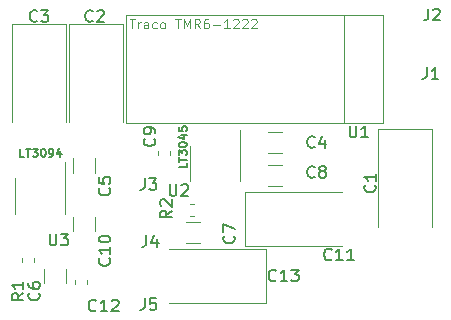
<source format=gbr>
G04 #@! TF.GenerationSoftware,KiCad,Pcbnew,5.1.5-52549c5~86~ubuntu18.04.1*
G04 #@! TF.CreationDate,2020-04-26T14:43:08+02:00*
G04 #@! TF.ProjectId,dcdc_7909,64636463-5f37-4393-9039-2e6b69636164,rev?*
G04 #@! TF.SameCoordinates,Original*
G04 #@! TF.FileFunction,Legend,Top*
G04 #@! TF.FilePolarity,Positive*
%FSLAX46Y46*%
G04 Gerber Fmt 4.6, Leading zero omitted, Abs format (unit mm)*
G04 Created by KiCad (PCBNEW 5.1.5-52549c5~86~ubuntu18.04.1) date 2020-04-26 14:43:08*
%MOMM*%
%LPD*%
G04 APERTURE LIST*
%ADD10C,0.150000*%
%ADD11C,0.100000*%
%ADD12C,0.120000*%
G04 APERTURE END LIST*
D10*
X80531666Y-66737666D02*
X80198333Y-66737666D01*
X80198333Y-66037666D01*
X80665000Y-66037666D02*
X81065000Y-66037666D01*
X80865000Y-66737666D02*
X80865000Y-66037666D01*
X81231666Y-66037666D02*
X81665000Y-66037666D01*
X81431666Y-66304333D01*
X81531666Y-66304333D01*
X81598333Y-66337666D01*
X81631666Y-66371000D01*
X81665000Y-66437666D01*
X81665000Y-66604333D01*
X81631666Y-66671000D01*
X81598333Y-66704333D01*
X81531666Y-66737666D01*
X81331666Y-66737666D01*
X81265000Y-66704333D01*
X81231666Y-66671000D01*
X82098333Y-66037666D02*
X82165000Y-66037666D01*
X82231666Y-66071000D01*
X82265000Y-66104333D01*
X82298333Y-66171000D01*
X82331666Y-66304333D01*
X82331666Y-66471000D01*
X82298333Y-66604333D01*
X82265000Y-66671000D01*
X82231666Y-66704333D01*
X82165000Y-66737666D01*
X82098333Y-66737666D01*
X82031666Y-66704333D01*
X81998333Y-66671000D01*
X81965000Y-66604333D01*
X81931666Y-66471000D01*
X81931666Y-66304333D01*
X81965000Y-66171000D01*
X81998333Y-66104333D01*
X82031666Y-66071000D01*
X82098333Y-66037666D01*
X82665000Y-66737666D02*
X82798333Y-66737666D01*
X82865000Y-66704333D01*
X82898333Y-66671000D01*
X82965000Y-66571000D01*
X82998333Y-66437666D01*
X82998333Y-66171000D01*
X82965000Y-66104333D01*
X82931666Y-66071000D01*
X82865000Y-66037666D01*
X82731666Y-66037666D01*
X82665000Y-66071000D01*
X82631666Y-66104333D01*
X82598333Y-66171000D01*
X82598333Y-66337666D01*
X82631666Y-66404333D01*
X82665000Y-66437666D01*
X82731666Y-66471000D01*
X82865000Y-66471000D01*
X82931666Y-66437666D01*
X82965000Y-66404333D01*
X82998333Y-66337666D01*
X83598333Y-66271000D02*
X83598333Y-66737666D01*
X83431666Y-66004333D02*
X83265000Y-66504333D01*
X83698333Y-66504333D01*
X94296666Y-67296333D02*
X94296666Y-67629666D01*
X93596666Y-67629666D01*
X93596666Y-67163000D02*
X93596666Y-66763000D01*
X94296666Y-66963000D02*
X93596666Y-66963000D01*
X93596666Y-66596333D02*
X93596666Y-66163000D01*
X93863333Y-66396333D01*
X93863333Y-66296333D01*
X93896666Y-66229666D01*
X93930000Y-66196333D01*
X93996666Y-66163000D01*
X94163333Y-66163000D01*
X94230000Y-66196333D01*
X94263333Y-66229666D01*
X94296666Y-66296333D01*
X94296666Y-66496333D01*
X94263333Y-66563000D01*
X94230000Y-66596333D01*
X93596666Y-65729666D02*
X93596666Y-65663000D01*
X93630000Y-65596333D01*
X93663333Y-65563000D01*
X93730000Y-65529666D01*
X93863333Y-65496333D01*
X94030000Y-65496333D01*
X94163333Y-65529666D01*
X94230000Y-65563000D01*
X94263333Y-65596333D01*
X94296666Y-65663000D01*
X94296666Y-65729666D01*
X94263333Y-65796333D01*
X94230000Y-65829666D01*
X94163333Y-65863000D01*
X94030000Y-65896333D01*
X93863333Y-65896333D01*
X93730000Y-65863000D01*
X93663333Y-65829666D01*
X93630000Y-65796333D01*
X93596666Y-65729666D01*
X93830000Y-64896333D02*
X94296666Y-64896333D01*
X93563333Y-65063000D02*
X94063333Y-65229666D01*
X94063333Y-64796333D01*
X93596666Y-64196333D02*
X93596666Y-64529666D01*
X93930000Y-64563000D01*
X93896666Y-64529666D01*
X93863333Y-64463000D01*
X93863333Y-64296333D01*
X93896666Y-64229666D01*
X93930000Y-64196333D01*
X93996666Y-64163000D01*
X94163333Y-64163000D01*
X94230000Y-64196333D01*
X94263333Y-64229666D01*
X94296666Y-64296333D01*
X94296666Y-64463000D01*
X94263333Y-64529666D01*
X94230000Y-64563000D01*
D11*
X89459476Y-55060904D02*
X89916619Y-55060904D01*
X89688047Y-55860904D02*
X89688047Y-55060904D01*
X90183285Y-55860904D02*
X90183285Y-55327571D01*
X90183285Y-55479952D02*
X90221380Y-55403761D01*
X90259476Y-55365666D01*
X90335666Y-55327571D01*
X90411857Y-55327571D01*
X91021380Y-55860904D02*
X91021380Y-55441857D01*
X90983285Y-55365666D01*
X90907095Y-55327571D01*
X90754714Y-55327571D01*
X90678523Y-55365666D01*
X91021380Y-55822809D02*
X90945190Y-55860904D01*
X90754714Y-55860904D01*
X90678523Y-55822809D01*
X90640428Y-55746619D01*
X90640428Y-55670428D01*
X90678523Y-55594238D01*
X90754714Y-55556142D01*
X90945190Y-55556142D01*
X91021380Y-55518047D01*
X91745190Y-55822809D02*
X91669000Y-55860904D01*
X91516619Y-55860904D01*
X91440428Y-55822809D01*
X91402333Y-55784714D01*
X91364238Y-55708523D01*
X91364238Y-55479952D01*
X91402333Y-55403761D01*
X91440428Y-55365666D01*
X91516619Y-55327571D01*
X91669000Y-55327571D01*
X91745190Y-55365666D01*
X92202333Y-55860904D02*
X92126142Y-55822809D01*
X92088047Y-55784714D01*
X92049952Y-55708523D01*
X92049952Y-55479952D01*
X92088047Y-55403761D01*
X92126142Y-55365666D01*
X92202333Y-55327571D01*
X92316619Y-55327571D01*
X92392809Y-55365666D01*
X92430904Y-55403761D01*
X92469000Y-55479952D01*
X92469000Y-55708523D01*
X92430904Y-55784714D01*
X92392809Y-55822809D01*
X92316619Y-55860904D01*
X92202333Y-55860904D01*
X93307095Y-55060904D02*
X93764238Y-55060904D01*
X93535666Y-55860904D02*
X93535666Y-55060904D01*
X94030904Y-55860904D02*
X94030904Y-55060904D01*
X94297571Y-55632333D01*
X94564238Y-55060904D01*
X94564238Y-55860904D01*
X95402333Y-55860904D02*
X95135666Y-55479952D01*
X94945190Y-55860904D02*
X94945190Y-55060904D01*
X95249952Y-55060904D01*
X95326142Y-55099000D01*
X95364238Y-55137095D01*
X95402333Y-55213285D01*
X95402333Y-55327571D01*
X95364238Y-55403761D01*
X95326142Y-55441857D01*
X95249952Y-55479952D01*
X94945190Y-55479952D01*
X96088047Y-55060904D02*
X95935666Y-55060904D01*
X95859476Y-55099000D01*
X95821380Y-55137095D01*
X95745190Y-55251380D01*
X95707095Y-55403761D01*
X95707095Y-55708523D01*
X95745190Y-55784714D01*
X95783285Y-55822809D01*
X95859476Y-55860904D01*
X96011857Y-55860904D01*
X96088047Y-55822809D01*
X96126142Y-55784714D01*
X96164238Y-55708523D01*
X96164238Y-55518047D01*
X96126142Y-55441857D01*
X96088047Y-55403761D01*
X96011857Y-55365666D01*
X95859476Y-55365666D01*
X95783285Y-55403761D01*
X95745190Y-55441857D01*
X95707095Y-55518047D01*
X96507095Y-55556142D02*
X97116619Y-55556142D01*
X97916619Y-55860904D02*
X97459476Y-55860904D01*
X97688047Y-55860904D02*
X97688047Y-55060904D01*
X97611857Y-55175190D01*
X97535666Y-55251380D01*
X97459476Y-55289476D01*
X98221380Y-55137095D02*
X98259476Y-55099000D01*
X98335666Y-55060904D01*
X98526142Y-55060904D01*
X98602333Y-55099000D01*
X98640428Y-55137095D01*
X98678523Y-55213285D01*
X98678523Y-55289476D01*
X98640428Y-55403761D01*
X98183285Y-55860904D01*
X98678523Y-55860904D01*
X98983285Y-55137095D02*
X99021380Y-55099000D01*
X99097571Y-55060904D01*
X99288047Y-55060904D01*
X99364238Y-55099000D01*
X99402333Y-55137095D01*
X99440428Y-55213285D01*
X99440428Y-55289476D01*
X99402333Y-55403761D01*
X98945190Y-55860904D01*
X99440428Y-55860904D01*
X99745190Y-55137095D02*
X99783285Y-55099000D01*
X99859476Y-55060904D01*
X100049952Y-55060904D01*
X100126142Y-55099000D01*
X100164238Y-55137095D01*
X100202333Y-55213285D01*
X100202333Y-55289476D01*
X100164238Y-55403761D01*
X99707095Y-55860904D01*
X100202333Y-55860904D01*
D12*
X79528000Y-55511000D02*
X79528000Y-63746000D01*
X84048000Y-55511000D02*
X79528000Y-55511000D01*
X84048000Y-63746000D02*
X84048000Y-55511000D01*
X107632500Y-63906000D02*
X107632500Y-54706000D01*
X110902500Y-54706000D02*
X110902500Y-63906000D01*
X89102500Y-54706000D02*
X110902500Y-54706000D01*
X89102500Y-54706000D02*
X89102500Y-63906000D01*
X110902500Y-63906000D02*
X89102500Y-63906000D01*
X99199000Y-74269000D02*
X107434000Y-74269000D01*
X99199000Y-69749000D02*
X99199000Y-74269000D01*
X107434000Y-69749000D02*
X99199000Y-69749000D01*
X92839000Y-66578267D02*
X92839000Y-66235733D01*
X91819000Y-66578267D02*
X91819000Y-66235733D01*
X94899267Y-70737000D02*
X94556733Y-70737000D01*
X94899267Y-71757000D02*
X94556733Y-71757000D01*
X98757000Y-67310000D02*
X98757000Y-64435000D01*
X98757000Y-67310000D02*
X98757000Y-68810000D01*
X94537000Y-67310000D02*
X94537000Y-65810000D01*
X94537000Y-67310000D02*
X94537000Y-68810000D01*
X84834000Y-77157733D02*
X84834000Y-77500267D01*
X85854000Y-77157733D02*
X85854000Y-77500267D01*
X101003000Y-74575000D02*
X92768000Y-74575000D01*
X101003000Y-79095000D02*
X101003000Y-74575000D01*
X92768000Y-79095000D02*
X101003000Y-79095000D01*
X83961500Y-70040500D02*
X83961500Y-67165500D01*
X83961500Y-70040500D02*
X83961500Y-71540500D01*
X79741500Y-70040500D02*
X79741500Y-68540500D01*
X79741500Y-70040500D02*
X79741500Y-71540500D01*
X80325500Y-75330233D02*
X80325500Y-75672767D01*
X81345500Y-75330233D02*
X81345500Y-75672767D01*
X115036000Y-72636000D02*
X115036000Y-64401000D01*
X115036000Y-64401000D02*
X110516000Y-64401000D01*
X110516000Y-64401000D02*
X110516000Y-72636000D01*
X88874000Y-63746000D02*
X88874000Y-55511000D01*
X88874000Y-55511000D02*
X84354000Y-55511000D01*
X84354000Y-55511000D02*
X84354000Y-63746000D01*
X101161436Y-64622000D02*
X102365564Y-64622000D01*
X101161436Y-66442000D02*
X102365564Y-66442000D01*
X84688000Y-66871436D02*
X84688000Y-68075564D01*
X86508000Y-66871436D02*
X86508000Y-68075564D01*
X84031500Y-76196436D02*
X84031500Y-77400564D01*
X82211500Y-76196436D02*
X82211500Y-77400564D01*
X95434564Y-72242000D02*
X94230436Y-72242000D01*
X95434564Y-74062000D02*
X94230436Y-74062000D01*
X101161436Y-69236000D02*
X102365564Y-69236000D01*
X101161436Y-67416000D02*
X102365564Y-67416000D01*
X84688000Y-73019064D02*
X84688000Y-71814936D01*
X86508000Y-73019064D02*
X86508000Y-71814936D01*
D10*
X81621333Y-55221142D02*
X81573714Y-55268761D01*
X81430857Y-55316380D01*
X81335619Y-55316380D01*
X81192761Y-55268761D01*
X81097523Y-55173523D01*
X81049904Y-55078285D01*
X81002285Y-54887809D01*
X81002285Y-54744952D01*
X81049904Y-54554476D01*
X81097523Y-54459238D01*
X81192761Y-54364000D01*
X81335619Y-54316380D01*
X81430857Y-54316380D01*
X81573714Y-54364000D01*
X81621333Y-54411619D01*
X81954666Y-54316380D02*
X82573714Y-54316380D01*
X82240380Y-54697333D01*
X82383238Y-54697333D01*
X82478476Y-54744952D01*
X82526095Y-54792571D01*
X82573714Y-54887809D01*
X82573714Y-55125904D01*
X82526095Y-55221142D01*
X82478476Y-55268761D01*
X82383238Y-55316380D01*
X82097523Y-55316380D01*
X82002285Y-55268761D01*
X81954666Y-55221142D01*
X108077095Y-64095380D02*
X108077095Y-64904904D01*
X108124714Y-65000142D01*
X108172333Y-65047761D01*
X108267571Y-65095380D01*
X108458047Y-65095380D01*
X108553285Y-65047761D01*
X108600904Y-65000142D01*
X108648523Y-64904904D01*
X108648523Y-64095380D01*
X109648523Y-65095380D02*
X109077095Y-65095380D01*
X109362809Y-65095380D02*
X109362809Y-64095380D01*
X109267571Y-64238238D01*
X109172333Y-64333476D01*
X109077095Y-64381095D01*
X106545142Y-75414142D02*
X106497523Y-75461761D01*
X106354666Y-75509380D01*
X106259428Y-75509380D01*
X106116571Y-75461761D01*
X106021333Y-75366523D01*
X105973714Y-75271285D01*
X105926095Y-75080809D01*
X105926095Y-74937952D01*
X105973714Y-74747476D01*
X106021333Y-74652238D01*
X106116571Y-74557000D01*
X106259428Y-74509380D01*
X106354666Y-74509380D01*
X106497523Y-74557000D01*
X106545142Y-74604619D01*
X107497523Y-75509380D02*
X106926095Y-75509380D01*
X107211809Y-75509380D02*
X107211809Y-74509380D01*
X107116571Y-74652238D01*
X107021333Y-74747476D01*
X106926095Y-74795095D01*
X108449904Y-75509380D02*
X107878476Y-75509380D01*
X108164190Y-75509380D02*
X108164190Y-74509380D01*
X108068952Y-74652238D01*
X107973714Y-74747476D01*
X107878476Y-74795095D01*
X91543142Y-65190666D02*
X91590761Y-65238285D01*
X91638380Y-65381142D01*
X91638380Y-65476380D01*
X91590761Y-65619238D01*
X91495523Y-65714476D01*
X91400285Y-65762095D01*
X91209809Y-65809714D01*
X91066952Y-65809714D01*
X90876476Y-65762095D01*
X90781238Y-65714476D01*
X90686000Y-65619238D01*
X90638380Y-65476380D01*
X90638380Y-65381142D01*
X90686000Y-65238285D01*
X90733619Y-65190666D01*
X91638380Y-64714476D02*
X91638380Y-64524000D01*
X91590761Y-64428761D01*
X91543142Y-64381142D01*
X91400285Y-64285904D01*
X91209809Y-64238285D01*
X90828857Y-64238285D01*
X90733619Y-64285904D01*
X90686000Y-64333523D01*
X90638380Y-64428761D01*
X90638380Y-64619238D01*
X90686000Y-64714476D01*
X90733619Y-64762095D01*
X90828857Y-64809714D01*
X91066952Y-64809714D01*
X91162190Y-64762095D01*
X91209809Y-64714476D01*
X91257428Y-64619238D01*
X91257428Y-64428761D01*
X91209809Y-64333523D01*
X91162190Y-64285904D01*
X91066952Y-64238285D01*
X93035380Y-71286666D02*
X92559190Y-71620000D01*
X93035380Y-71858095D02*
X92035380Y-71858095D01*
X92035380Y-71477142D01*
X92083000Y-71381904D01*
X92130619Y-71334285D01*
X92225857Y-71286666D01*
X92368714Y-71286666D01*
X92463952Y-71334285D01*
X92511571Y-71381904D01*
X92559190Y-71477142D01*
X92559190Y-71858095D01*
X92130619Y-70905714D02*
X92083000Y-70858095D01*
X92035380Y-70762857D01*
X92035380Y-70524761D01*
X92083000Y-70429523D01*
X92130619Y-70381904D01*
X92225857Y-70334285D01*
X92321095Y-70334285D01*
X92463952Y-70381904D01*
X93035380Y-70953333D01*
X93035380Y-70334285D01*
X92837095Y-69048380D02*
X92837095Y-69857904D01*
X92884714Y-69953142D01*
X92932333Y-70000761D01*
X93027571Y-70048380D01*
X93218047Y-70048380D01*
X93313285Y-70000761D01*
X93360904Y-69953142D01*
X93408523Y-69857904D01*
X93408523Y-69048380D01*
X93837095Y-69143619D02*
X93884714Y-69096000D01*
X93979952Y-69048380D01*
X94218047Y-69048380D01*
X94313285Y-69096000D01*
X94360904Y-69143619D01*
X94408523Y-69238857D01*
X94408523Y-69334095D01*
X94360904Y-69476952D01*
X93789476Y-70048380D01*
X94408523Y-70048380D01*
X86606142Y-79732142D02*
X86558523Y-79779761D01*
X86415666Y-79827380D01*
X86320428Y-79827380D01*
X86177571Y-79779761D01*
X86082333Y-79684523D01*
X86034714Y-79589285D01*
X85987095Y-79398809D01*
X85987095Y-79255952D01*
X86034714Y-79065476D01*
X86082333Y-78970238D01*
X86177571Y-78875000D01*
X86320428Y-78827380D01*
X86415666Y-78827380D01*
X86558523Y-78875000D01*
X86606142Y-78922619D01*
X87558523Y-79827380D02*
X86987095Y-79827380D01*
X87272809Y-79827380D02*
X87272809Y-78827380D01*
X87177571Y-78970238D01*
X87082333Y-79065476D01*
X86987095Y-79113095D01*
X87939476Y-78922619D02*
X87987095Y-78875000D01*
X88082333Y-78827380D01*
X88320428Y-78827380D01*
X88415666Y-78875000D01*
X88463285Y-78922619D01*
X88510904Y-79017857D01*
X88510904Y-79113095D01*
X88463285Y-79255952D01*
X87891857Y-79827380D01*
X88510904Y-79827380D01*
X101846142Y-77192142D02*
X101798523Y-77239761D01*
X101655666Y-77287380D01*
X101560428Y-77287380D01*
X101417571Y-77239761D01*
X101322333Y-77144523D01*
X101274714Y-77049285D01*
X101227095Y-76858809D01*
X101227095Y-76715952D01*
X101274714Y-76525476D01*
X101322333Y-76430238D01*
X101417571Y-76335000D01*
X101560428Y-76287380D01*
X101655666Y-76287380D01*
X101798523Y-76335000D01*
X101846142Y-76382619D01*
X102798523Y-77287380D02*
X102227095Y-77287380D01*
X102512809Y-77287380D02*
X102512809Y-76287380D01*
X102417571Y-76430238D01*
X102322333Y-76525476D01*
X102227095Y-76573095D01*
X103131857Y-76287380D02*
X103750904Y-76287380D01*
X103417571Y-76668333D01*
X103560428Y-76668333D01*
X103655666Y-76715952D01*
X103703285Y-76763571D01*
X103750904Y-76858809D01*
X103750904Y-77096904D01*
X103703285Y-77192142D01*
X103655666Y-77239761D01*
X103560428Y-77287380D01*
X103274714Y-77287380D01*
X103179476Y-77239761D01*
X103131857Y-77192142D01*
X114601666Y-59142380D02*
X114601666Y-59856666D01*
X114554047Y-59999523D01*
X114458809Y-60094761D01*
X114315952Y-60142380D01*
X114220714Y-60142380D01*
X115601666Y-60142380D02*
X115030238Y-60142380D01*
X115315952Y-60142380D02*
X115315952Y-59142380D01*
X115220714Y-59285238D01*
X115125476Y-59380476D01*
X115030238Y-59428095D01*
X114728666Y-54189380D02*
X114728666Y-54903666D01*
X114681047Y-55046523D01*
X114585809Y-55141761D01*
X114442952Y-55189380D01*
X114347714Y-55189380D01*
X115157238Y-54284619D02*
X115204857Y-54237000D01*
X115300095Y-54189380D01*
X115538190Y-54189380D01*
X115633428Y-54237000D01*
X115681047Y-54284619D01*
X115728666Y-54379857D01*
X115728666Y-54475095D01*
X115681047Y-54617952D01*
X115109619Y-55189380D01*
X115728666Y-55189380D01*
X90725666Y-68540380D02*
X90725666Y-69254666D01*
X90678047Y-69397523D01*
X90582809Y-69492761D01*
X90439952Y-69540380D01*
X90344714Y-69540380D01*
X91106619Y-68540380D02*
X91725666Y-68540380D01*
X91392333Y-68921333D01*
X91535190Y-68921333D01*
X91630428Y-68968952D01*
X91678047Y-69016571D01*
X91725666Y-69111809D01*
X91725666Y-69349904D01*
X91678047Y-69445142D01*
X91630428Y-69492761D01*
X91535190Y-69540380D01*
X91249476Y-69540380D01*
X91154238Y-69492761D01*
X91106619Y-69445142D01*
X90852666Y-73366380D02*
X90852666Y-74080666D01*
X90805047Y-74223523D01*
X90709809Y-74318761D01*
X90566952Y-74366380D01*
X90471714Y-74366380D01*
X91757428Y-73699714D02*
X91757428Y-74366380D01*
X91519333Y-73318761D02*
X91281238Y-74033047D01*
X91900285Y-74033047D01*
X90725666Y-78700380D02*
X90725666Y-79414666D01*
X90678047Y-79557523D01*
X90582809Y-79652761D01*
X90439952Y-79700380D01*
X90344714Y-79700380D01*
X91678047Y-78700380D02*
X91201857Y-78700380D01*
X91154238Y-79176571D01*
X91201857Y-79128952D01*
X91297095Y-79081333D01*
X91535190Y-79081333D01*
X91630428Y-79128952D01*
X91678047Y-79176571D01*
X91725666Y-79271809D01*
X91725666Y-79509904D01*
X91678047Y-79605142D01*
X91630428Y-79652761D01*
X91535190Y-79700380D01*
X91297095Y-79700380D01*
X91201857Y-79652761D01*
X91154238Y-79605142D01*
X82677095Y-73239380D02*
X82677095Y-74048904D01*
X82724714Y-74144142D01*
X82772333Y-74191761D01*
X82867571Y-74239380D01*
X83058047Y-74239380D01*
X83153285Y-74191761D01*
X83200904Y-74144142D01*
X83248523Y-74048904D01*
X83248523Y-73239380D01*
X83629476Y-73239380D02*
X84248523Y-73239380D01*
X83915190Y-73620333D01*
X84058047Y-73620333D01*
X84153285Y-73667952D01*
X84200904Y-73715571D01*
X84248523Y-73810809D01*
X84248523Y-74048904D01*
X84200904Y-74144142D01*
X84153285Y-74191761D01*
X84058047Y-74239380D01*
X83772333Y-74239380D01*
X83677095Y-74191761D01*
X83629476Y-74144142D01*
X80462380Y-78271666D02*
X79986190Y-78605000D01*
X80462380Y-78843095D02*
X79462380Y-78843095D01*
X79462380Y-78462142D01*
X79510000Y-78366904D01*
X79557619Y-78319285D01*
X79652857Y-78271666D01*
X79795714Y-78271666D01*
X79890952Y-78319285D01*
X79938571Y-78366904D01*
X79986190Y-78462142D01*
X79986190Y-78843095D01*
X80462380Y-77319285D02*
X80462380Y-77890714D01*
X80462380Y-77605000D02*
X79462380Y-77605000D01*
X79605238Y-77700238D01*
X79700476Y-77795476D01*
X79748095Y-77890714D01*
X110212142Y-69127666D02*
X110259761Y-69175285D01*
X110307380Y-69318142D01*
X110307380Y-69413380D01*
X110259761Y-69556238D01*
X110164523Y-69651476D01*
X110069285Y-69699095D01*
X109878809Y-69746714D01*
X109735952Y-69746714D01*
X109545476Y-69699095D01*
X109450238Y-69651476D01*
X109355000Y-69556238D01*
X109307380Y-69413380D01*
X109307380Y-69318142D01*
X109355000Y-69175285D01*
X109402619Y-69127666D01*
X110307380Y-68175285D02*
X110307380Y-68746714D01*
X110307380Y-68461000D02*
X109307380Y-68461000D01*
X109450238Y-68556238D01*
X109545476Y-68651476D01*
X109593095Y-68746714D01*
X86320333Y-55221142D02*
X86272714Y-55268761D01*
X86129857Y-55316380D01*
X86034619Y-55316380D01*
X85891761Y-55268761D01*
X85796523Y-55173523D01*
X85748904Y-55078285D01*
X85701285Y-54887809D01*
X85701285Y-54744952D01*
X85748904Y-54554476D01*
X85796523Y-54459238D01*
X85891761Y-54364000D01*
X86034619Y-54316380D01*
X86129857Y-54316380D01*
X86272714Y-54364000D01*
X86320333Y-54411619D01*
X86701285Y-54411619D02*
X86748904Y-54364000D01*
X86844142Y-54316380D01*
X87082238Y-54316380D01*
X87177476Y-54364000D01*
X87225095Y-54411619D01*
X87272714Y-54506857D01*
X87272714Y-54602095D01*
X87225095Y-54744952D01*
X86653666Y-55316380D01*
X87272714Y-55316380D01*
X105116333Y-65889142D02*
X105068714Y-65936761D01*
X104925857Y-65984380D01*
X104830619Y-65984380D01*
X104687761Y-65936761D01*
X104592523Y-65841523D01*
X104544904Y-65746285D01*
X104497285Y-65555809D01*
X104497285Y-65412952D01*
X104544904Y-65222476D01*
X104592523Y-65127238D01*
X104687761Y-65032000D01*
X104830619Y-64984380D01*
X104925857Y-64984380D01*
X105068714Y-65032000D01*
X105116333Y-65079619D01*
X105973476Y-65317714D02*
X105973476Y-65984380D01*
X105735380Y-64936761D02*
X105497285Y-65651047D01*
X106116333Y-65651047D01*
X87733142Y-69381666D02*
X87780761Y-69429285D01*
X87828380Y-69572142D01*
X87828380Y-69667380D01*
X87780761Y-69810238D01*
X87685523Y-69905476D01*
X87590285Y-69953095D01*
X87399809Y-70000714D01*
X87256952Y-70000714D01*
X87066476Y-69953095D01*
X86971238Y-69905476D01*
X86876000Y-69810238D01*
X86828380Y-69667380D01*
X86828380Y-69572142D01*
X86876000Y-69429285D01*
X86923619Y-69381666D01*
X86828380Y-68476904D02*
X86828380Y-68953095D01*
X87304571Y-69000714D01*
X87256952Y-68953095D01*
X87209333Y-68857857D01*
X87209333Y-68619761D01*
X87256952Y-68524523D01*
X87304571Y-68476904D01*
X87399809Y-68429285D01*
X87637904Y-68429285D01*
X87733142Y-68476904D01*
X87780761Y-68524523D01*
X87828380Y-68619761D01*
X87828380Y-68857857D01*
X87780761Y-68953095D01*
X87733142Y-69000714D01*
X81764142Y-78271666D02*
X81811761Y-78319285D01*
X81859380Y-78462142D01*
X81859380Y-78557380D01*
X81811761Y-78700238D01*
X81716523Y-78795476D01*
X81621285Y-78843095D01*
X81430809Y-78890714D01*
X81287952Y-78890714D01*
X81097476Y-78843095D01*
X81002238Y-78795476D01*
X80907000Y-78700238D01*
X80859380Y-78557380D01*
X80859380Y-78462142D01*
X80907000Y-78319285D01*
X80954619Y-78271666D01*
X80859380Y-77414523D02*
X80859380Y-77605000D01*
X80907000Y-77700238D01*
X80954619Y-77747857D01*
X81097476Y-77843095D01*
X81287952Y-77890714D01*
X81668904Y-77890714D01*
X81764142Y-77843095D01*
X81811761Y-77795476D01*
X81859380Y-77700238D01*
X81859380Y-77509761D01*
X81811761Y-77414523D01*
X81764142Y-77366904D01*
X81668904Y-77319285D01*
X81430809Y-77319285D01*
X81335571Y-77366904D01*
X81287952Y-77414523D01*
X81240333Y-77509761D01*
X81240333Y-77700238D01*
X81287952Y-77795476D01*
X81335571Y-77843095D01*
X81430809Y-77890714D01*
X98274142Y-73445666D02*
X98321761Y-73493285D01*
X98369380Y-73636142D01*
X98369380Y-73731380D01*
X98321761Y-73874238D01*
X98226523Y-73969476D01*
X98131285Y-74017095D01*
X97940809Y-74064714D01*
X97797952Y-74064714D01*
X97607476Y-74017095D01*
X97512238Y-73969476D01*
X97417000Y-73874238D01*
X97369380Y-73731380D01*
X97369380Y-73636142D01*
X97417000Y-73493285D01*
X97464619Y-73445666D01*
X97369380Y-73112333D02*
X97369380Y-72445666D01*
X98369380Y-72874238D01*
X105116333Y-68429142D02*
X105068714Y-68476761D01*
X104925857Y-68524380D01*
X104830619Y-68524380D01*
X104687761Y-68476761D01*
X104592523Y-68381523D01*
X104544904Y-68286285D01*
X104497285Y-68095809D01*
X104497285Y-67952952D01*
X104544904Y-67762476D01*
X104592523Y-67667238D01*
X104687761Y-67572000D01*
X104830619Y-67524380D01*
X104925857Y-67524380D01*
X105068714Y-67572000D01*
X105116333Y-67619619D01*
X105687761Y-67952952D02*
X105592523Y-67905333D01*
X105544904Y-67857714D01*
X105497285Y-67762476D01*
X105497285Y-67714857D01*
X105544904Y-67619619D01*
X105592523Y-67572000D01*
X105687761Y-67524380D01*
X105878238Y-67524380D01*
X105973476Y-67572000D01*
X106021095Y-67619619D01*
X106068714Y-67714857D01*
X106068714Y-67762476D01*
X106021095Y-67857714D01*
X105973476Y-67905333D01*
X105878238Y-67952952D01*
X105687761Y-67952952D01*
X105592523Y-68000571D01*
X105544904Y-68048190D01*
X105497285Y-68143428D01*
X105497285Y-68333904D01*
X105544904Y-68429142D01*
X105592523Y-68476761D01*
X105687761Y-68524380D01*
X105878238Y-68524380D01*
X105973476Y-68476761D01*
X106021095Y-68429142D01*
X106068714Y-68333904D01*
X106068714Y-68143428D01*
X106021095Y-68048190D01*
X105973476Y-68000571D01*
X105878238Y-67952952D01*
X87733142Y-75318857D02*
X87780761Y-75366476D01*
X87828380Y-75509333D01*
X87828380Y-75604571D01*
X87780761Y-75747428D01*
X87685523Y-75842666D01*
X87590285Y-75890285D01*
X87399809Y-75937904D01*
X87256952Y-75937904D01*
X87066476Y-75890285D01*
X86971238Y-75842666D01*
X86876000Y-75747428D01*
X86828380Y-75604571D01*
X86828380Y-75509333D01*
X86876000Y-75366476D01*
X86923619Y-75318857D01*
X87828380Y-74366476D02*
X87828380Y-74937904D01*
X87828380Y-74652190D02*
X86828380Y-74652190D01*
X86971238Y-74747428D01*
X87066476Y-74842666D01*
X87114095Y-74937904D01*
X86828380Y-73747428D02*
X86828380Y-73652190D01*
X86876000Y-73556952D01*
X86923619Y-73509333D01*
X87018857Y-73461714D01*
X87209333Y-73414095D01*
X87447428Y-73414095D01*
X87637904Y-73461714D01*
X87733142Y-73509333D01*
X87780761Y-73556952D01*
X87828380Y-73652190D01*
X87828380Y-73747428D01*
X87780761Y-73842666D01*
X87733142Y-73890285D01*
X87637904Y-73937904D01*
X87447428Y-73985523D01*
X87209333Y-73985523D01*
X87018857Y-73937904D01*
X86923619Y-73890285D01*
X86876000Y-73842666D01*
X86828380Y-73747428D01*
M02*

</source>
